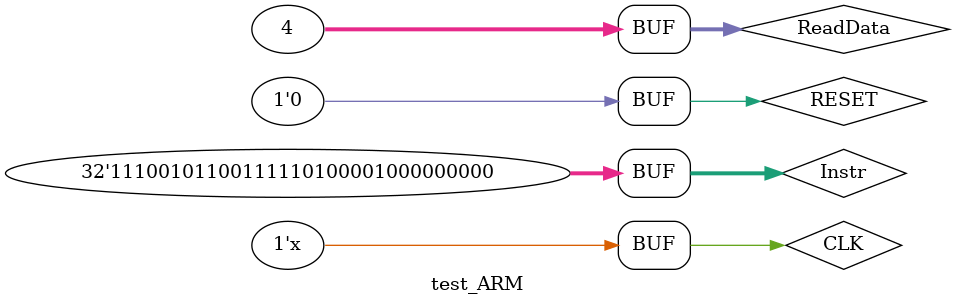
<source format=v>
`timescale 1ns / 1ps


module test_ARM(

    );
    reg CLK = 0;
    reg RESET = 0;
    //reg Interrupt;  // for optional future use
    reg [31:0] Instr = 32'b0;
    reg [31:0] ReadData = 32'b0;
    wire MemWrite;
    wire [31:0] PC;
    wire [31:0] ALUResult;
    wire [31:0] WriteData;
    
    
    ARM dut(CLK, RESET, Instr, ReadData, MemWrite, PC, ALUResult, WriteData);
    

    initial 
    begin
        RESET = 1; #50; RESET = 0; //hold reset state for 10 ns.
        // STR Imm
        Instr = 32'b11100101100000100001000000001100; // STR R3, [R2, #c]
        ReadData = 32'b00011010;
        #50;
        // LDR Imm
        Instr = 32'b11100101100100100011000000001000; // LDR R3, [R2, #8]
        ReadData = 32'b00000010;
        #50;
        //Add 
        Instr = 32'b11100010100001000101000000000100; // Add R5, R4, #4
        #50;
        // Subs
        Instr = 32'b11100010010100110010111011111111; // SUBS R2, R3, #0xFF0;
        #50;
        Instr = 32'hE2544001;
        #50;
        Instr = 32'hE2544001;
        #50;
        Instr = 32'hE2544001;
        #50;
        Instr = 32'hE2544001;
        #50;
        Instr = 32'h1AFFFFFD;
        #50;
        Instr = 32'hE59F4200;
        ReadData = 32'h4;
    end
    
    // GENERATE CLOCK       
    always          
    begin
       #25 CLK = ~CLK ; // invert clk every 5 time units 
    end

endmodule



</source>
